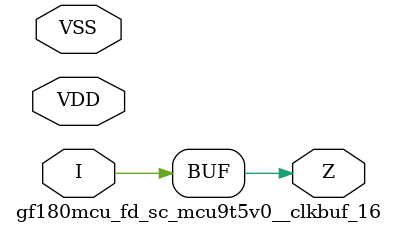
<source format=v>

module gf180mcu_fd_sc_mcu9t5v0__clkbuf_16( I, Z, VDD, VSS );
input I;
inout VDD, VSS;
output Z;

	buf MGM_BG_0( Z, I );

endmodule

</source>
